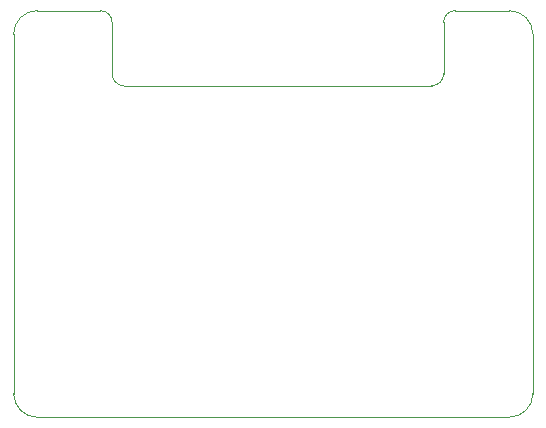
<source format=gbr>
%TF.GenerationSoftware,KiCad,Pcbnew,(6.0.9-0)*%
%TF.CreationDate,2022-11-23T11:56:12+01:00*%
%TF.ProjectId,GlowBand PCB,476c6f77-4261-46e6-9420-5043422e6b69,rev?*%
%TF.SameCoordinates,Original*%
%TF.FileFunction,Profile,NP*%
%FSLAX46Y46*%
G04 Gerber Fmt 4.6, Leading zero omitted, Abs format (unit mm)*
G04 Created by KiCad (PCBNEW (6.0.9-0)) date 2022-11-23 11:56:12*
%MOMM*%
%LPD*%
G01*
G04 APERTURE LIST*
%TA.AperFunction,Profile*%
%ADD10C,0.100000*%
%TD*%
G04 APERTURE END LIST*
D10*
X80008452Y-51756756D02*
X80008452Y-56120147D01*
X71665055Y-83184045D02*
G75*
G03*
X73665105Y-85184045I2000045J45D01*
G01*
X115634495Y-52756756D02*
X115634495Y-83184045D01*
X73665105Y-50756805D02*
G75*
G03*
X71665105Y-52756756I-5J-1999995D01*
G01*
X109065359Y-50756756D02*
X113634495Y-50756756D01*
X71665105Y-83184045D02*
X71665105Y-52756756D01*
X80008453Y-56120147D02*
G75*
G03*
X81008452Y-57120147I1000047J47D01*
G01*
X107065359Y-57120159D02*
G75*
G03*
X108065359Y-56120147I-59J1000059D01*
G01*
X109065359Y-50756759D02*
G75*
G03*
X108065359Y-51756756I-59J-999941D01*
G01*
X108065359Y-56120147D02*
X108065359Y-51756756D01*
X80008444Y-51756756D02*
G75*
G03*
X79008452Y-50756756I-1000044J-44D01*
G01*
X113634495Y-85184045D02*
X73665105Y-85184045D01*
X81008452Y-57120147D02*
X107065359Y-57120147D01*
X113634495Y-85183995D02*
G75*
G03*
X115634495Y-83184045I5J1999995D01*
G01*
X115634544Y-52756756D02*
G75*
G03*
X113634495Y-50756756I-2000044J-44D01*
G01*
X73665105Y-50756756D02*
X79008452Y-50756756D01*
M02*

</source>
